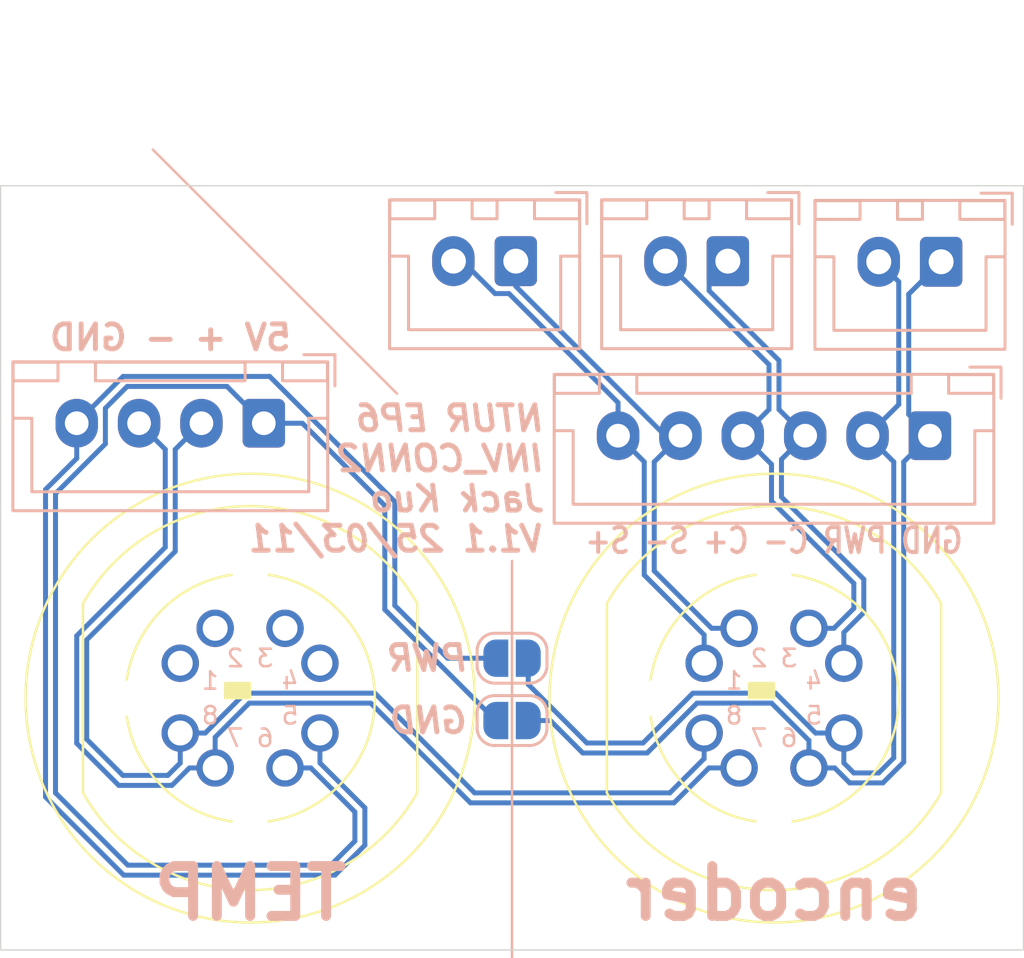
<source format=kicad_pcb>
(kicad_pcb (version 20240108) (generator "pcbnew") (generator_version "8.0")
  (title_block (title "INV_CONN2") (date "2025-03-11") (rev "1.1") (company "NTURacing") (comment 1 "Jack Kuo"))
  (layers (0 "F.Cu" signal) (31 "B.Cu" signal) (34 "B.Paste" user) (35 "F.Paste" user) (36 "B.SilkS" user "B.Silkscreen") (37 "F.SilkS" user "F.Silkscreen") (38 "B.Mask" user) (39 "F.Mask" user) (44 "Edge.Cuts" user))
  (net 0 "")
  (net 1 "GND")
  (net 2 "/tempPWR")
  (net 3 "/tempGND")
  (net 4 "/cos+")
  (net 5 "/cos-")
  (net 6 "/sin-")
  (net 7 "/sin+")
  (net 8 "/temp+")
  (net 9 "/temp-")
  (net 10 "/encoderPWR")
  (footprint "nturt_kicad_lib_EP6:NianYeong-M12-X-F4P" (layer "F.Cu") (at 119 106)
    (property "Reference" "J2" (hide yes))
    (property "Value" "encoder")
    (fp_line (start -6.7 -3.8) (end -6.7 3.8) (stroke (width 0.1)) (layer "F.SilkS"))
    (fp_line (start 6.7 -3.8) (end 6.7 3.8) (stroke (width 0.1)) (layer "F.SilkS"))
    (fp_rect (start -1 -0.6) (end 0 0) (stroke (width 0.1)) (fill solid) (layer "F.SilkS"))
    (fp_arc (start -6.697741 -3.798719) (mid 0 -7.7) (end 6.697741 -3.798719) (stroke (width 0.1)) (layer "F.SilkS"))
    (fp_arc (start 6.697741 3.798719) (mid 0 7.7) (end -6.697741 3.798719) (stroke (width 0.1)) (layer "F.SilkS"))
    (fp_circle (center 0 0) (end 5 0) (stroke (width 0.1)) (fill none) (layer "F.SilkS"))
    (fp_circle (center 0 0) (end 9 0) (stroke (width 0.1)) (fill none) (layer "F.SilkS"))
    (fp_text user "7" (at -0.6 1.6 0) (layer "B.SilkS") (effects (font (size 0.7 0.7) (thickness 0.1) (bold yes)) (justify mirror)))
    (fp_text user "1" (at -1.6 -0.7 0) (layer "B.SilkS") (effects (font (size 0.7 0.7) (thickness 0.1) (bold yes)) (justify mirror)))
    (fp_text user "8" (at -1.6 0.7 0) (layer "B.SilkS") (effects (font (size 0.7 0.7) (thickness 0.1) (bold yes)) (justify mirror)))
    (fp_text user "4" (at 1.6 -0.7 0) (layer "B.SilkS") (effects (font (size 0.7 0.7) (thickness 0.1) (bold yes)) (justify mirror)))
    (fp_text user "2" (at -0.6 -1.6 0) (layer "B.SilkS") (effects (font (size 0.7 0.7) (thickness 0.1) (bold yes)) (justify mirror)))
    (fp_text user "5" (at 1.6 0.7 0) (layer "B.SilkS") (effects (font (size 0.7 0.7) (thickness 0.1) (bold yes)) (justify mirror)))
    (fp_text user "3" (at 0.6 -1.6 0) (layer "B.SilkS") (effects (font (size 0.7 0.7) (thickness 0.1) (bold yes)) (justify mirror)))
    (fp_text user "6" (at 0.6 1.6 0) (layer "B.SilkS") (effects (font (size 0.7 0.7) (thickness 0.1) (bold yes)) (justify mirror)))
    (pad "" np_thru_hole circle (at -5 0) (size 1.4 1.4) (drill 1.4) (layers "*.Cu" "*.Mask"))
    (pad "" np_thru_hole circle (at 0 -5) (size 1.4 1.4) (drill 1.4) (layers "*.Cu" "*.Mask"))
    (pad "" np_thru_hole circle (at 0 5) (size 1.4 1.4) (drill 1.4) (layers "*.Cu" "*.Mask"))
    (pad "1" thru_hole circle (at -2.8 -1.4) (size 1.5 1.5) (drill 1) (layers "*.Cu" "*.Mask"))
    (pad "2" thru_hole circle (at -1.4 -2.8) (size 1.5 1.5) (drill 1) (layers "*.Cu" "*.Mask"))
    (pad "3" thru_hole circle (at 1.4 -2.8) (size 1.5 1.5) (drill 1) (layers "*.Cu" "*.Mask"))
    (pad "4" thru_hole circle (at 2.8 -1.4) (size 1.5 1.5) (drill 1) (layers "*.Cu" "*.Mask"))
    (pad "5" thru_hole circle (at 2.8 1.4) (size 1.5 1.5) (drill 1) (layers "*.Cu" "*.Mask") (net 2 "/tempPWR"))
    (pad "6" thru_hole circle (at 1.4 2.8) (size 1.5 1.5) (drill 1) (layers "*.Cu" "*.Mask") (net 3 "/tempGND"))
    (pad "7" thru_hole circle (at -1.4 2.8) (size 1.5 1.5) (drill 1) (layers "*.Cu" "*.Mask") (net 8 "/temp+"))
    (pad "8" thru_hole circle (at -2.8 1.4) (size 1.5 1.5) (drill 1) (layers "*.Cu" "*.Mask") (net 9 "/temp-"))
  )
  (footprint "nturt_kicad_lib_EP6:NianYeong-M12-X-F4P" (layer "F.Cu") (at 140 106)
    (property "Reference" "J1" (hide yes))
    (property "Value" "encoder")
    (fp_line (start -6.7 -3.8) (end -6.7 3.8) (stroke (width 0.1)) (layer "F.SilkS"))
    (fp_line (start 6.7 -3.8) (end 6.7 3.8) (stroke (width 0.1)) (layer "F.SilkS"))
    (fp_rect (start -1 -0.6) (end 0 0) (stroke (width 0.1)) (fill solid) (layer "F.SilkS"))
    (fp_arc (start -6.697741 -3.798719) (mid 0 -7.7) (end 6.697741 -3.798719) (stroke (width 0.1)) (layer "F.SilkS"))
    (fp_arc (start 6.697741 3.798719) (mid 0 7.7) (end -6.697741 3.798719) (stroke (width 0.1)) (layer "F.SilkS"))
    (fp_circle (center 0 0) (end 5 0) (stroke (width 0.1)) (fill none) (layer "F.SilkS"))
    (fp_circle (center 0 0) (end 9 0) (stroke (width 0.1)) (fill none) (layer "F.SilkS"))
    (fp_text user "6" (at 0.6 1.6 0) (layer "B.SilkS") (effects (font (size 0.7 0.7) (thickness 0.1) (bold yes)) (justify mirror)))
    (fp_text user "8" (at -1.6 0.7 0) (layer "B.SilkS") (effects (font (size 0.7 0.7) (thickness 0.1) (bold yes)) (justify mirror)))
    (fp_text user "3" (at 0.6 -1.6 0) (layer "B.SilkS") (effects (font (size 0.7 0.7) (thickness 0.1) (bold yes)) (justify mirror)))
    (fp_text user "2" (at -0.6 -1.6 0) (layer "B.SilkS") (effects (font (size 0.7 0.7) (thickness 0.1) (bold yes)) (justify mirror)))
    (fp_text user "5" (at 1.6 0.7 0) (layer "B.SilkS") (effects (font (size 0.7 0.7) (thickness 0.1) (bold yes)) (justify mirror)))
    (fp_text user "7" (at -0.6 1.6 0) (layer "B.SilkS") (effects (font (size 0.7 0.7) (thickness 0.1) (bold yes)) (justify mirror)))
    (fp_text user "4" (at 1.6 -0.7 0) (layer "B.SilkS") (effects (font (size 0.7 0.7) (thickness 0.1) (bold yes)) (justify mirror)))
    (fp_text user "1" (at -1.6 -0.7 0) (layer "B.SilkS") (effects (font (size 0.7 0.7) (thickness 0.1) (bold yes)) (justify mirror)))
    (pad "" np_thru_hole circle (at -5 0) (size 1.4 1.4) (drill 1.4) (layers "*.Cu" "*.Mask"))
    (pad "" np_thru_hole circle (at 0 -5) (size 1.4 1.4) (drill 1.4) (layers "*.Cu" "*.Mask"))
    (pad "" np_thru_hole circle (at 0 5) (size 1.4 1.4) (drill 1.4) (layers "*.Cu" "*.Mask"))
    (pad "1" thru_hole circle (at -2.8 -1.4) (size 1.5 1.5) (drill 1) (layers "*.Cu" "*.Mask") (net 7 "/sin+"))
    (pad "2" thru_hole circle (at -1.4 -2.8) (size 1.5 1.5) (drill 1) (layers "*.Cu" "*.Mask") (net 6 "/sin-"))
    (pad "3" thru_hole circle (at 1.4 -2.8) (size 1.5 1.5) (drill 1) (layers "*.Cu" "*.Mask") (net 4 "/cos+"))
    (pad "4" thru_hole circle (at 2.8 -1.4) (size 1.5 1.5) (drill 1) (layers "*.Cu" "*.Mask") (net 5 "/cos-"))
    (pad "5" thru_hole circle (at 2.8 1.4) (size 1.5 1.5) (drill 1) (layers "*.Cu" "*.Mask") (net 10 "/encoderPWR"))
    (pad "6" thru_hole circle (at 1.4 2.8) (size 1.5 1.5) (drill 1) (layers "*.Cu" "*.Mask") (net 1 "GND"))
    (pad "7" thru_hole circle (at -1.4 2.8) (size 1.5 1.5) (drill 1) (layers "*.Cu" "*.Mask") (net 8 "/temp+"))
    (pad "8" thru_hole circle (at -2.8 1.4) (size 1.5 1.5) (drill 1) (layers "*.Cu" "*.Mask") (net 9 "/temp-"))
  )
  (footprint "Connector_JST:JST_XH_B2B-XH-A_1x02_P2.50mm_Vertical" (layer "B.Cu") (at 129.65 88.475 180)
    (property "Reference" "J5" (hide yes))
    (property "Value" "COS")
    (fp_line (start 5.06 2.46) (end 5.06 -3.51) (stroke (width 0.12)) (layer "B.SilkS"))
    (fp_line (start 5.06 -3.51) (end -2.56 -3.51) (stroke (width 0.12)) (layer "B.SilkS"))
    (fp_line (start 5.05 2.45) (end 5.05 1.7) (stroke (width 0.12)) (layer "B.SilkS"))
    (fp_line (start 5.05 1.7) (end 3.25 1.7) (stroke (width 0.12)) (layer "B.SilkS"))
    (fp_line (start 4.3 0.2) (end 5.05 0.2) (stroke (width 0.12)) (layer "B.SilkS"))
    (fp_line (start 4.3 -2.75) (end 4.3 0.2) (stroke (width 0.12)) (layer "B.SilkS"))
    (fp_line (start 3.25 2.45) (end 5.05 2.45) (stroke (width 0.12)) (layer "B.SilkS"))
    (fp_line (start 3.25 1.7) (end 3.25 2.45) (stroke (width 0.12)) (layer "B.SilkS"))
    (fp_line (start 1.75 2.45) (end 1.75 1.7) (stroke (width 0.12)) (layer "B.SilkS"))
    (fp_line (start 1.75 1.7) (end 0.75 1.7) (stroke (width 0.12)) (layer "B.SilkS"))
    (fp_line (start 1.25 -2.75) (end 4.3 -2.75) (stroke (width 0.12)) (layer "B.SilkS"))
    (fp_line (start 1.25 -2.75) (end -1.8 -2.75) (stroke (width 0.12)) (layer "B.SilkS"))
    (fp_line (start 0.75 2.45) (end 1.75 2.45) (stroke (width 0.12)) (layer "B.SilkS"))
    (fp_line (start 0.75 1.7) (end 0.75 2.45) (stroke (width 0.12)) (layer "B.SilkS"))
    (fp_line (start -0.75 2.45) (end -0.75 1.7) (stroke (width 0.12)) (layer "B.SilkS"))
    (fp_line (start -0.75 1.7) (end -2.55 1.7) (stroke (width 0.12)) (layer "B.SilkS"))
    (fp_line (start -1.8 0.2) (end -2.55 0.2) (stroke (width 0.12)) (layer "B.SilkS"))
    (fp_line (start -1.8 -2.75) (end -1.8 0.2) (stroke (width 0.12)) (layer "B.SilkS"))
    (fp_line (start -2.55 2.45) (end -0.75 2.45) (stroke (width 0.12)) (layer "B.SilkS"))
    (fp_line (start -2.55 1.7) (end -2.55 2.45) (stroke (width 0.12)) (layer "B.SilkS"))
    (fp_line (start -2.56 2.46) (end 5.06 2.46) (stroke (width 0.12)) (layer "B.SilkS"))
    (fp_line (start -2.56 -3.51) (end -2.56 2.46) (stroke (width 0.12)) (layer "B.SilkS"))
    (fp_line (start -2.85 2.75) (end -1.6 2.75) (stroke (width 0.12)) (layer "B.SilkS"))
    (fp_line (start -2.85 1.5) (end -2.85 2.75) (stroke (width 0.12)) (layer "B.SilkS"))
    (pad "1" thru_hole roundrect (at 0 0 180) (size 1.7 2) (drill 1) (layers "*.Cu" "*.Mask") (roundrect_rratio 0.147059) (net 6 "/sin-"))
    (pad "2" thru_hole oval (at 2.5 0 180) (size 1.7 2) (drill 1) (layers "*.Cu" "*.Mask") (net 7 "/sin+"))
  )
  (footprint "Connector_JST:JST_XH_B2B-XH-A_1x02_P2.50mm_Vertical" (layer "B.Cu") (at 146.7 88.5 180)
    (property "Reference" "J3" (hide yes))
    (property "Value" "PWR")
    (fp_line (start 5.06 2.46) (end 5.06 -3.51) (stroke (width 0.12)) (layer "B.SilkS"))
    (fp_line (start 5.06 -3.51) (end -2.56 -3.51) (stroke (width 0.12)) (layer "B.SilkS"))
    (fp_line (start 5.05 2.45) (end 5.05 1.7) (stroke (width 0.12)) (layer "B.SilkS"))
    (fp_line (start 5.05 1.7) (end 3.25 1.7) (stroke (width 0.12)) (layer "B.SilkS"))
    (fp_line (start 4.3 0.2) (end 5.05 0.2) (stroke (width 0.12)) (layer "B.SilkS"))
    (fp_line (start 4.3 -2.75) (end 4.3 0.2) (stroke (width 0.12)) (layer "B.SilkS"))
    (fp_line (start 3.25 2.45) (end 5.05 2.45) (stroke (width 0.12)) (layer "B.SilkS"))
    (fp_line (start 3.25 1.7) (end 3.25 2.45) (stroke (width 0.12)) (layer "B.SilkS"))
    (fp_line (start 1.75 2.45) (end 1.75 1.7) (stroke (width 0.12)) (layer "B.SilkS"))
    (fp_line (start 1.75 1.7) (end 0.75 1.7) (stroke (width 0.12)) (layer "B.SilkS"))
    (fp_line (start 1.25 -2.75) (end 4.3 -2.75) (stroke (width 0.12)) (layer "B.SilkS"))
    (fp_line (start 1.25 -2.75) (end -1.8 -2.75) (stroke (width 0.12)) (layer "B.SilkS"))
    (fp_line (start 0.75 2.45) (end 1.75 2.45) (stroke (width 0.12)) (layer "B.SilkS"))
    (fp_line (start 0.75 1.7) (end 0.75 2.45) (stroke (width 0.12)) (layer "B.SilkS"))
    (fp_line (start -0.75 2.45) (end -0.75 1.7) (stroke (width 0.12)) (layer "B.SilkS"))
    (fp_line (start -0.75 1.7) (end -2.55 1.7) (stroke (width 0.12)) (layer "B.SilkS"))
    (fp_line (start -1.8 0.2) (end -2.55 0.2) (stroke (width 0.12)) (layer "B.SilkS"))
    (fp_line (start -1.8 -2.75) (end -1.8 0.2) (stroke (width 0.12)) (layer "B.SilkS"))
    (fp_line (start -2.55 2.45) (end -0.75 2.45) (stroke (width 0.12)) (layer "B.SilkS"))
    (fp_line (start -2.55 1.7) (end -2.55 2.45) (stroke (width 0.12)) (layer "B.SilkS"))
    (fp_line (start -2.56 2.46) (end 5.06 2.46) (stroke (width 0.12)) (layer "B.SilkS"))
    (fp_line (start -2.56 -3.51) (end -2.56 2.46) (stroke (width 0.12)) (layer "B.SilkS"))
    (fp_line (start -2.85 2.75) (end -1.6 2.75) (stroke (width 0.12)) (layer "B.SilkS"))
    (fp_line (start -2.85 1.5) (end -2.85 2.75) (stroke (width 0.12)) (layer "B.SilkS"))
    (pad "1" thru_hole roundrect (at 0 0 180) (size 1.7 2) (drill 1) (layers "*.Cu" "*.Mask") (roundrect_rratio 0.147059) (net 1 "GND"))
    (pad "2" thru_hole oval (at 2.5 0 180) (size 1.7 2) (drill 1) (layers "*.Cu" "*.Mask") (net 10 "/encoderPWR"))
  )
  (footprint "Jumper:SolderJumper-2_P1.3mm_Open_RoundedPad1.0x1.5mm" (layer "B.Cu") (at 129.5 104.4)
    (property "Reference" "JP1" (hide yes))
    (property "Value" "pwr")
    (fp_line (start -1.4 0.3) (end -1.4 -0.3) (stroke (width 0.12)) (layer "B.SilkS"))
    (fp_line (start -0.7 -1) (end 0.7 -1) (stroke (width 0.12)) (layer "B.SilkS"))
    (fp_line (start 0.7 1) (end -0.7 1) (stroke (width 0.12)) (layer "B.SilkS"))
    (fp_line (start 1.4 -0.3) (end 1.4 0.3) (stroke (width 0.12)) (layer "B.SilkS"))
    (fp_arc (start -1.4 -0.3) (mid -1.194975 -0.794975) (end -0.7 -1) (stroke (width 0.12)) (layer "B.SilkS"))
    (fp_arc (start -0.7 1) (mid -1.194975 0.794975) (end -1.4 0.3) (stroke (width 0.12)) (layer "B.SilkS"))
    (fp_arc (start 0.7 -1) (mid 1.194975 -0.794975) (end 1.4 -0.3) (stroke (width 0.12)) (layer "B.SilkS"))
    (fp_arc (start 1.4 0.3) (mid 1.194975 0.794975) (end 0.7 1) (stroke (width 0.12)) (layer "B.SilkS"))
    (pad "1" smd custom (at -0.65 0) (size 1 0.5) (layers "B.Cu" "B.Mask") (net 2 "/tempPWR") (options (clearance outline) (anchor rect)) (primitives (gr_circle (center 0 -0.25) (end 0.5 -0.25) (width 0) (fill yes)) (gr_circle (center 0 0.25) (end 0.5 0.25) (width 0) (fill yes)) (gr_poly (pts (xy 0.5 -0.75) (xy 0 -0.75) (xy 0 0.75) (xy 0.5 0.75)) (width 0) (fill yes))))
    (pad "2" smd custom (at 0.65 0) (size 1 0.5) (layers "B.Cu" "B.Mask") (net 10 "/encoderPWR") (options (clearance outline) (anchor rect)) (primitives (gr_circle (center 0 -0.25) (end 0.5 -0.25) (width 0) (fill yes)) (gr_circle (center 0 0.25) (end 0.5 0.25) (width 0) (fill yes)) (gr_poly (pts (xy 0 -0.75) (xy -0.5 -0.75) (xy -0.5 0.75) (xy 0 0.75)) (width 0) (fill yes))))
  )
  (footprint "Connector_JST:JST_XH_B6B-XH-A_1x06_P2.50mm_Vertical" (layer "B.Cu") (at 146.25 95.475 180)
    (property "Reference" "J12" (hide yes))
    (property "Value" "Encoder")
    (fp_line (start 15.06 2.46) (end 15.06 -3.51) (stroke (width 0.12)) (layer "B.SilkS"))
    (fp_line (start 15.06 -3.51) (end -2.56 -3.51) (stroke (width 0.12)) (layer "B.SilkS"))
    (fp_line (start 15.05 2.45) (end 15.05 1.7) (stroke (width 0.12)) (layer "B.SilkS"))
    (fp_line (start 15.05 1.7) (end 13.25 1.7) (stroke (width 0.12)) (layer "B.SilkS"))
    (fp_line (start 14.3 0.2) (end 15.05 0.2) (stroke (width 0.12)) (layer "B.SilkS"))
    (fp_line (start 14.3 -2.75) (end 14.3 0.2) (stroke (width 0.12)) (layer "B.SilkS"))
    (fp_line (start 13.25 2.45) (end 15.05 2.45) (stroke (width 0.12)) (layer "B.SilkS"))
    (fp_line (start 13.25 1.7) (end 13.25 2.45) (stroke (width 0.12)) (layer "B.SilkS"))
    (fp_line (start 11.75 2.45) (end 11.75 1.7) (stroke (width 0.12)) (layer "B.SilkS"))
    (fp_line (start 11.75 1.7) (end 0.75 1.7) (stroke (width 0.12)) (layer "B.SilkS"))
    (fp_line (start 6.25 -2.75) (end 14.3 -2.75) (stroke (width 0.12)) (layer "B.SilkS"))
    (fp_line (start 6.25 -2.75) (end -1.8 -2.75) (stroke (width 0.12)) (layer "B.SilkS"))
    (fp_line (start 0.75 2.45) (end 11.75 2.45) (stroke (width 0.12)) (layer "B.SilkS"))
    (fp_line (start 0.75 1.7) (end 0.75 2.45) (stroke (width 0.12)) (layer "B.SilkS"))
    (fp_line (start -0.75 2.45) (end -0.75 1.7) (stroke (width 0.12)) (layer "B.SilkS"))
    (fp_line (start -0.75 1.7) (end -2.55 1.7) (stroke (width 0.12)) (layer "B.SilkS"))
    (fp_line (start -1.8 0.2) (end -2.55 0.2) (stroke (width 0.12)) (layer "B.SilkS"))
    (fp_line (start -1.8 -2.75) (end -1.8 0.2) (stroke (width 0.12)) (layer "B.SilkS"))
    (fp_line (start -2.55 2.45) (end -0.75 2.45) (stroke (width 0.12)) (layer "B.SilkS"))
    (fp_line (start -2.55 1.7) (end -2.55 2.45) (stroke (width 0.12)) (layer "B.SilkS"))
    (fp_line (start -2.56 2.46) (end 15.06 2.46) (stroke (width 0.12)) (layer "B.SilkS"))
    (fp_line (start -2.56 -3.51) (end -2.56 2.46) (stroke (width 0.12)) (layer "B.SilkS"))
    (fp_line (start -2.85 2.75) (end -1.6 2.75) (stroke (width 0.12)) (layer "B.SilkS"))
    (fp_line (start -2.85 1.5) (end -2.85 2.75) (stroke (width 0.12)) (layer "B.SilkS"))
    (pad "1" thru_hole roundrect (at 0 0 180) (size 1.7 1.95) (drill 0.95) (layers "*.Cu" "*.Mask") (roundrect_rratio 0.147059) (net 1 "GND"))
    (pad "2" thru_hole oval (at 2.5 0 180) (size 1.7 1.95) (drill 0.95) (layers "*.Cu" "*.Mask") (net 10 "/encoderPWR"))
    (pad "3" thru_hole oval (at 5 0 180) (size 1.7 1.95) (drill 0.95) (layers "*.Cu" "*.Mask") (net 5 "/cos-"))
    (pad "4" thru_hole oval (at 7.5 0 180) (size 1.7 1.95) (drill 0.95) (layers "*.Cu" "*.Mask") (net 4 "/cos+"))
    (pad "5" thru_hole oval (at 10 0 180) (size 1.7 1.95) (drill 0.95) (layers "*.Cu" "*.Mask") (net 6 "/sin-"))
    (pad "6" thru_hole oval (at 12.5 0 180) (size 1.7 1.95) (drill 0.95) (layers "*.Cu" "*.Mask") (net 7 "/sin+"))
  )
  (footprint "Connector_JST:JST_XH_B2B-XH-A_1x02_P2.50mm_Vertical" (layer "B.Cu") (at 138.15 88.475 180)
    (property "Reference" "J4" (hide yes))
    (property "Value" "SIN")
    (fp_line (start 5.06 2.46) (end 5.06 -3.51) (stroke (width 0.12)) (layer "B.SilkS"))
    (fp_line (start 5.06 -3.51) (end -2.56 -3.51) (stroke (width 0.12)) (layer "B.SilkS"))
    (fp_line (start 5.05 2.45) (end 5.05 1.7) (stroke (width 0.12)) (layer "B.SilkS"))
    (fp_line (start 5.05 1.7) (end 3.25 1.7) (stroke (width 0.12)) (layer "B.SilkS"))
    (fp_line (start 4.3 0.2) (end 5.05 0.2) (stroke (width 0.12)) (layer "B.SilkS"))
    (fp_line (start 4.3 -2.75) (end 4.3 0.2) (stroke (width 0.12)) (layer "B.SilkS"))
    (fp_line (start 3.25 2.45) (end 5.05 2.45) (stroke (width 0.12)) (layer "B.SilkS"))
    (fp_line (start 3.25 1.7) (end 3.25 2.45) (stroke (width 0.12)) (layer "B.SilkS"))
    (fp_line (start 1.75 2.45) (end 1.75 1.7) (stroke (width 0.12)) (layer "B.SilkS"))
    (fp_line (start 1.75 1.7) (end 0.75 1.7) (stroke (width 0.12)) (layer "B.SilkS"))
    (fp_line (start 1.25 -2.75) (end 4.3 -2.75) (stroke (width 0.12)) (layer "B.SilkS"))
    (fp_line (start 1.25 -2.75) (end -1.8 -2.75) (stroke (width 0.12)) (layer "B.SilkS"))
    (fp_line (start 0.75 2.45) (end 1.75 2.45) (stroke (width 0.12)) (layer "B.SilkS"))
    (fp_line (start 0.75 1.7) (end 0.75 2.45) (stroke (width 0.12)) (layer "B.SilkS"))
    (fp_line (start -0.75 2.45) (end -0.75 1.7) (stroke (width 0.12)) (layer "B.SilkS"))
    (fp_line (start -0.75 1.7) (end -2.55 1.7) (stroke (width 0.12)) (layer "B.SilkS"))
    (fp_line (start -1.8 0.2) (end -2.55 0.2) (stroke (width 0.12)) (layer "B.SilkS"))
    (fp_line (start -1.8 -2.75) (end -1.8 0.2) (stroke (width 0.12)) (layer "B.SilkS"))
    (fp_line (start -2.55 2.45) (end -0.75 2.45) (stroke (width 0.12)) (layer "B.SilkS"))
    (fp_line (start -2.55 1.7) (end -2.55 2.45) (stroke (width 0.12)) (layer "B.SilkS"))
    (fp_line (start -2.56 2.46) (end 5.06 2.46) (stroke (width 0.12)) (layer "B.SilkS"))
    (fp_line (start -2.56 -3.51) (end -2.56 2.46) (stroke (width 0.12)) (layer "B.SilkS"))
    (fp_line (start -2.85 2.75) (end -1.6 2.75) (stroke (width 0.12)) (layer "B.SilkS"))
    (fp_line (start -2.85 1.5) (end -2.85 2.75) (stroke (width 0.12)) (layer "B.SilkS"))
    (pad "1" thru_hole roundrect (at 0 0 180) (size 1.7 2) (drill 1) (layers "*.Cu" "*.Mask") (roundrect_rratio 0.147059) (net 5 "/cos-"))
    (pad "2" thru_hole oval (at 2.5 0 180) (size 1.7 2) (drill 1) (layers "*.Cu" "*.Mask") (net 4 "/cos+"))
  )
  (footprint "Jumper:SolderJumper-2_P1.3mm_Open_RoundedPad1.0x1.5mm" (layer "B.Cu") (at 129.5 106.9)
    (property "Reference" "JP2" (hide yes))
    (property "Value" "gnd")
    (fp_line (start -1.4 0.3) (end -1.4 -0.3) (stroke (width 0.12)) (layer "B.SilkS"))
    (fp_line (start -0.7 -1) (end 0.7 -1) (stroke (width 0.12)) (layer "B.SilkS"))
    (fp_line (start 0.7 1) (end -0.7 1) (stroke (width 0.12)) (layer "B.SilkS"))
    (fp_line (start 1.4 -0.3) (end 1.4 0.3) (stroke (width 0.12)) (layer "B.SilkS"))
    (fp_arc (start -1.4 -0.3) (mid -1.194975 -0.794975) (end -0.7 -1) (stroke (width 0.12)) (layer "B.SilkS"))
    (fp_arc (start -0.7 1) (mid -1.194975 0.794975) (end -1.4 0.3) (stroke (width 0.12)) (layer "B.SilkS"))
    (fp_arc (start 0.7 -1) (mid 1.194975 -0.794975) (end 1.4 -0.3) (stroke (width 0.12)) (layer "B.SilkS"))
    (fp_arc (start 1.4 0.3) (mid 1.194975 0.794975) (end 0.7 1) (stroke (width 0.12)) (layer "B.SilkS"))
    (pad "1" smd custom (at -0.65 0) (size 1 0.5) (layers "B.Cu" "B.Mask") (net 3 "/tempGND") (options (clearance outline) (anchor rect)) (primitives (gr_circle (center 0 -0.25) (end 0.5 -0.25) (width 0) (fill yes)) (gr_circle (center 0 0.25) (end 0.5 0.25) (width 0) (fill yes)) (gr_poly (pts (xy 0.5 -0.75) (xy 0 -0.75) (xy 0 0.75) (xy 0.5 0.75)) (width 0) (fill yes))))
    (pad "2" smd custom (at 0.65 0) (size 1 0.5) (layers "B.Cu" "B.Mask") (net 1 "GND") (options (clearance outline) (anchor rect)) (primitives (gr_circle (center 0 -0.25) (end 0.5 -0.25) (width 0) (fill yes)) (gr_circle (center 0 0.25) (end 0.5 0.25) (width 0) (fill yes)) (gr_poly (pts (xy 0 -0.75) (xy -0.5 -0.75) (xy -0.5 0.75) (xy 0 0.75)) (width 0) (fill yes))))
  )
  (footprint "Connector_JST:JST_XH_B4B-XH-A_1x04_P2.50mm_Vertical" (layer "B.Cu") (at 119.55 94.975 180)
    (property "Reference" "J13" (hide yes))
    (property "Value" "motorTemp")
    (fp_line (start 10.06 2.46) (end 10.06 -3.51) (stroke (width 0.12)) (layer "B.SilkS"))
    (fp_line (start 10.06 -3.51) (end -2.56 -3.51) (stroke (width 0.12)) (layer "B.SilkS"))
    (fp_line (start 10.05 2.45) (end 10.05 1.7) (stroke (width 0.12)) (layer "B.SilkS"))
    (fp_line (start 10.05 1.7) (end 8.25 1.7) (stroke (width 0.12)) (layer "B.SilkS"))
    (fp_line (start 9.3 0.2) (end 10.05 0.2) (stroke (width 0.12)) (layer "B.SilkS"))
    (fp_line (start 9.3 -2.75) (end 9.3 0.2) (stroke (width 0.12)) (layer "B.SilkS"))
    (fp_line (start 8.25 2.45) (end 10.05 2.45) (stroke (width 0.12)) (layer "B.SilkS"))
    (fp_line (start 8.25 1.7) (end 8.25 2.45) (stroke (width 0.12)) (layer "B.SilkS"))
    (fp_line (start 6.75 2.45) (end 6.75 1.7) (stroke (width 0.12)) (layer "B.SilkS"))
    (fp_line (start 6.75 1.7) (end 0.75 1.7) (stroke (width 0.12)) (layer "B.SilkS"))
    (fp_line (start 3.75 -2.75) (end 9.3 -2.75) (stroke (width 0.12)) (layer "B.SilkS"))
    (fp_line (start 3.75 -2.75) (end -1.8 -2.75) (stroke (width 0.12)) (layer "B.SilkS"))
    (fp_line (start 0.75 2.45) (end 6.75 2.45) (stroke (width 0.12)) (layer "B.SilkS"))
    (fp_line (start 0.75 1.7) (end 0.75 2.45) (stroke (width 0.12)) (layer "B.SilkS"))
    (fp_line (start -0.75 2.45) (end -0.75 1.7) (stroke (width 0.12)) (layer "B.SilkS"))
    (fp_line (start -0.75 1.7) (end -2.55 1.7) (stroke (width 0.12)) (layer "B.SilkS"))
    (fp_line (start -1.8 0.2) (end -2.55 0.2) (stroke (width 0.12)) (layer "B.SilkS"))
    (fp_line (start -1.8 -2.75) (end -1.8 0.2) (stroke (width 0.12)) (layer "B.SilkS"))
    (fp_line (start -2.55 2.45) (end -0.75 2.45) (stroke (width 0.12)) (layer "B.SilkS"))
    (fp_line (start -2.55 1.7) (end -2.55 2.45) (stroke (width 0.12)) (layer "B.SilkS"))
    (fp_line (start -2.56 2.46) (end 10.06 2.46) (stroke (width 0.12)) (layer "B.SilkS"))
    (fp_line (start -2.56 -3.51) (end -2.56 2.46) (stroke (width 0.12)) (layer "B.SilkS"))
    (fp_line (start -2.85 2.75) (end -1.6 2.75) (stroke (width 0.12)) (layer "B.SilkS"))
    (fp_line (start -2.85 1.5) (end -2.85 2.75) (stroke (width 0.12)) (layer "B.SilkS"))
    (pad "1" thru_hole roundrect (at 0 0 180) (size 1.7 1.95) (drill 0.95) (layers "*.Cu" "*.Mask") (roundrect_rratio 0.147059) (net 3 "/tempGND"))
    (pad "2" thru_hole oval (at 2.5 0 180) (size 1.7 1.95) (drill 0.95) (layers "*.Cu" "*.Mask") (net 9 "/temp-"))
    (pad "3" thru_hole oval (at 5 0 180) (size 1.7 1.95) (drill 0.95) (layers "*.Cu" "*.Mask") (net 8 "/temp+"))
    (pad "4" thru_hole oval (at 7.5 0 180) (size 1.7 1.95) (drill 0.95) (layers "*.Cu" "*.Mask") (net 2 "/tempPWR"))
  )
  (gr_line (start 129.5 116.4) (end 129.5 100.5) (stroke (width 0.1)) (layer "B.SilkS"))
  (gr_line (start 124.891153 93.791153) (end 115.1 84) (stroke (width 0.1)) (layer "B.SilkS"))
  (gr_rect (start 109 85.45) (end 150 116.1) (stroke (width 0.05)) (fill none) (layer "Edge.Cuts"))
  (gr_text "TEMP" (at 119 115 0) (layer "B.SilkS") (effects (font (size 2 2) (thickness 0.4) (bold yes)) (justify bottom mirror)))
  (gr_text "GND PWR C- C+ S- S+" (at 140 99.1 0) (layer "B.SilkS") (effects (font (size 1 0.8) (thickness 0.16) (bold yes)) (justify top mirror)))
  (gr_text "GND" (at 127.85 106.9 0) (layer "B.SilkS") (effects (font (size 1 1) (thickness 0.2) (bold yes) (italic yes)) (justify left mirror)))
  (gr_text "PWR" (at 127.85 104.4 0) (layer "B.SilkS") (effects (font (size 1 1) (thickness 0.2) (bold yes) (italic yes)) (justify left mirror)))
  (gr_text "NTUR EP6\nINV_CONN2\nJack Kuo\nV1.1 25/03/11" (at 130.9 100.2 0) (layer "B.SilkS") (effects (font (size 1 1) (thickness 0.2) (bold yes) (italic yes)) (justify left bottom mirror)))
  (gr_text "encoder" (at 140 115 0) (layer "B.SilkS") (effects (font (size 2 2) (thickness 0.4) (bold yes)) (justify bottom mirror)))
  (gr_text "5V + - GND" (at 115.8 92.125 0) (layer "B.SilkS") (effects (font (size 1 1) (thickness 0.2) (bold yes)) (justify bottom mirror)))
  (segment (start 131.034314 106.9) (end 132.334314 108.2) (width 0.2) (layer "B.Cu") (net 1))
  (segment (start 145.4 89.8) (end 145.4 94.625) (width 0.2) (layer "B.Cu") (net 1))
  (segment (start 130.15 106.9) (end 131.034314 106.9) (width 0.2) (layer "B.Cu") (net 1))
  (segment (start 145.4 94.625) (end 146.25 95.475) (width 0.2) (layer "B.Cu") (net 1))
  (segment (start 134.915076 108.2) (end 135.607538 107.507538) (width 0.2) (layer "B.Cu") (net 1))
  (segment (start 145.2 96.525) (end 146.25 95.475) (width 0.2) (layer "B.Cu") (net 1))
  (segment (start 141.4 107.7) (end 141.4 108.8) (width 0.2) (layer "B.Cu") (net 1))
  (segment (start 141.4 108.8) (end 142.434314 108.8) (width 0.2) (layer "B.Cu") (net 1))
  (segment (start 136.915075 106.2) (end 139.9 106.2) (width 0.2) (layer "B.Cu") (net 1))
  (segment (start 146.7 88.5) (end 145.4 89.8) (width 0.2) (layer "B.Cu") (net 1))
  (segment (start 132.334314 108.2) (end 134.915076 108.2) (width 0.2) (layer "B.Cu") (net 1))
  (segment (start 142.434314 108.8) (end 143.034314 109.4) (width 0.2) (layer "B.Cu") (net 1))
  (segment (start 145.2 108.565686) (end 145.2 96.525) (width 0.2) (layer "B.Cu") (net 1))
  (segment (start 144.365686 109.4) (end 145.2 108.565686) (width 0.2) (layer "B.Cu") (net 1))
  (segment (start 139.9 106.2) (end 141.4 107.7) (width 0.2) (layer "B.Cu") (net 1))
  (segment (start 135.607538 107.507538) (end 136.915075 106.2) (width 0.2) (layer "B.Cu") (net 1))
  (segment (start 143.034314 109.4) (end 144.365686 109.4) (width 0.2) (layer "B.Cu") (net 1))
  (segment (start 112.05 94.975) (end 112.05 94.957968) (width 0.2) (layer "B.Cu") (net 2))
  (segment (start 124.8 98.115256) (end 124.8 102.284314) (width 0.2) (layer "B.Cu") (net 2))
  (segment (start 112.05 94.975) (end 112.05 96.384314) (width 0.2) (layer "B.Cu") (net 2))
  (segment (start 126.915686 104.4) (end 128.85 104.4) (width 0.2) (layer "B.Cu") (net 2))
  (segment (start 110.8 97.634314) (end 110.8 109.965686) (width 0.2) (layer "B.Cu") (net 2))
  (segment (start 122.4 113.1) (end 123.6 111.9) (width 0.2) (layer "B.Cu") (net 2))
  (segment (start 123.6 110.4) (end 121.8 108.6) (width 0.2) (layer "B.Cu") (net 2))
  (segment (start 113.934314 113.1) (end 122.4 113.1) (width 0.2) (layer "B.Cu") (net 2))
  (segment (start 113.907968 93.1) (end 119.784744 93.1) (width 0.2) (layer "B.Cu") (net 2))
  (segment (start 124.8 102.284314) (end 126.915686 104.4) (width 0.2) (layer "B.Cu") (net 2))
  (segment (start 119.784744 93.1) (end 124.8 98.115256) (width 0.2) (layer "B.Cu") (net 2))
  (segment (start 112.05 94.957968) (end 113.907968 93.1) (width 0.2) (layer "B.Cu") (net 2))
  (segment (start 121.8 108.6) (end 121.8 107.4) (width 0.2) (layer "B.Cu") (net 2))
  (segment (start 123.6 111.9) (end 123.6 110.4) (width 0.2) (layer "B.Cu") (net 2))
  (segment (start 112.05 96.384314) (end 110.8 97.634314) (width 0.2) (layer "B.Cu") (net 2))
  (segment (start 110.8 109.965686) (end 113.934314 113.1) (width 0.2) (layer "B.Cu") (net 2))
  (segment (start 114.073654 93.5) (end 118.075 93.5) (width 0.2) (layer "B.Cu") (net 3))
  (segment (start 123.2 111.734314) (end 122.234314 112.7) (width 0.2) (layer "B.Cu") (net 3))
  (segment (start 114.1 112.7) (end 111.2 109.8) (width 0.2) (layer "B.Cu") (net 3))
  (segment (start 118.075 93.5) (end 119.55 94.975) (width 0.2) (layer "B.Cu") (net 3))
  (segment (start 122.234314 112.7) (end 114.1 112.7) (width 0.2) (layer "B.Cu") (net 3))
  (segment (start 124.4 102.45) (end 128.85 106.9) (width 0.2) (layer "B.Cu") (net 3))
  (segment (start 123.2 110.565686) (end 123.2 111.734314) (width 0.2) (layer "B.Cu") (net 3))
  (segment (start 124.4 98.280942) (end 124.4 102.45) (width 0.2) (layer "B.Cu") (net 3))
  (segment (start 111.2 97.8) (end 113.2 95.8) (width 0.2) (layer "B.Cu") (net 3))
  (segment (start 119.55 94.975) (end 121.094058 94.975) (width 0.2) (layer "B.Cu") (net 3))
  (segment (start 120.4 108.8) (end 121.434314 108.8) (width 0.2) (layer "B.Cu") (net 3))
  (segment (start 113.2 95.8) (end 113.2 94.373654) (width 0.2) (layer "B.Cu") (net 3))
  (segment (start 121.094058 94.975) (end 124.4 98.280942) (width 0.2) (layer "B.Cu") (net 3))
  (segment (start 121.434314 108.8) (end 123.2 110.565686) (width 0.2) (layer "B.Cu") (net 3))
  (segment (start 111.2 109.8) (end 111.2 97.8) (width 0.2) (layer "B.Cu") (net 3))
  (segment (start 113.2 94.373654) (end 114.073654 93.5) (width 0.2) (layer "B.Cu") (net 3))
  (segment (start 139.9 98.1) (end 139.9 96.625) (width 0.2) (layer "B.Cu") (net 4))
  (segment (start 139.8 94.425) (end 139.8 92.625) (width 0.2) (layer "B.Cu") (net 4))
  (segment (start 143.2 102.4) (end 143.2 101.4) (width 0.2) (layer "B.Cu") (net 4))
  (segment (start 139.9 96.625) (end 138.75 95.475) (width 0.2) (layer "B.Cu") (net 4))
  (segment (start 139.8 92.625) (end 135.65 88.475) (width 0.2) (layer "B.Cu") (net 4))
  (segment (start 141.4 103.2) (end 142.4 103.2) (width 0.2) (layer "B.Cu") (net 4))
  (segment (start 143.2 101.4) (end 139.9 98.1) (width 0.2) (layer "B.Cu") (net 4))
  (segment (start 142.4 103.2) (end 143.2 102.4) (width 0.2) (layer "B.Cu") (net 4))
  (segment (start 138.75 95.475) (end 139.8 94.425) (width 0.2) (layer "B.Cu") (net 4))
  (segment (start 143.6 102.565686) (end 142.8 103.365686) (width 0.2) (layer "B.Cu") (net 5))
  (segment (start 138.15 88.475) (end 137.4 89.225) (width 0.2) (layer "B.Cu") (net 5))
  (segment (start 137.4 89.225) (end 137.4 89.659314) (width 0.2) (layer "B.Cu") (net 5))
  (segment (start 140.3 96.425) (end 140.3 97.934314) (width 0.2) (layer "B.Cu") (net 5))
  (segment (start 143.6 101.234314) (end 143.6 102.565686) (width 0.2) (layer "B.Cu") (net 5))
  (segment (start 140.2 92.459314) (end 140.2 94.425) (width 0.2) (layer "B.Cu") (net 5))
  (segment (start 137.4 89.659314) (end 140.2 92.459314) (width 0.2) (layer "B.Cu") (net 5))
  (segment (start 141.25 95.475) (end 140.3 96.425) (width 0.2) (layer "B.Cu") (net 5))
  (segment (start 140.2 94.425) (end 141.25 95.475) (width 0.2) (layer "B.Cu") (net 5))
  (segment (start 142.8 103.365686) (end 142.8 104.6) (width 0.2) (layer "B.Cu") (net 5))
  (segment (start 140.3 97.934314) (end 143.6 101.234314) (width 0.2) (layer "B.Cu") (net 5))
  (segment (start 135.2 100.9) (end 137.5 103.2) (width 0.2) (layer "B.Cu") (net 6))
  (segment (start 129.65 88.475) (end 129.65 89.484314) (width 0.2) (layer "B.Cu") (net 6))
  (segment (start 136.25 95.475) (end 135.2 96.525) (width 0.2) (layer "B.Cu") (net 6))
  (segment (start 129.65 89.484314) (end 135.640686 95.475) (width 0.2) (layer "B.Cu") (net 6))
  (segment (start 135.640686 95.475) (end 136.25 95.475) (width 0.2) (layer "B.Cu") (net 6))
  (segment (start 137.5 103.2) (end 138.6 103.2) (width 0.2) (layer "B.Cu") (net 6))
  (segment (start 135.2 96.525) (end 135.2 100.9) (width 0.2) (layer "B.Cu") (net 6))
  (segment (start 128.815256 89.775) (end 127.515256 88.475) (width 0.2) (layer "B.Cu") (net 7))
  (segment (start 134.8 96.525) (end 134.8 101.065686) (width 0.2) (layer "B.Cu") (net 7))
  (segment (start 127.515256 88.475) (end 127.15 88.475) (width 0.2) (layer "B.Cu") (net 7))
  (segment (start 137.2 103.465686) (end 137.2 104.6) (width 0.2) (layer "B.Cu") (net 7))
  (segment (start 134.8 101.065686) (end 137.2 103.465686) (width 0.2) (layer "B.Cu") (net 7))
  (segment (start 129.375 89.775) (end 128.815256 89.775) (width 0.2) (layer "B.Cu") (net 7))
  (segment (start 133.75 95.475) (end 134.8 96.525) (width 0.2) (layer "B.Cu") (net 7))
  (segment (start 133.75 95.475) (end 133.75 94.15) (width 0.2) (layer "B.Cu") (net 7))
  (segment (start 133.75 94.15) (end 129.375 89.775) (width 0.2) (layer "B.Cu") (net 7))
  (segment (start 117.6 108.8) (end 117.6 107.565686) (width 0.2) (layer "B.Cu") (net 8))
  (segment (start 115.6 96.025) (end 115.6 99.949389) (width 0.2) (layer "B.Cu") (net 8))
  (segment (start 127.834314 110.2) (end 135.992463 110.2) (width 0.2) (layer "B.Cu") (net 8))
  (segment (start 115.865686 109.5) (end 116.565686 108.8) (width 0.2) (layer "B.Cu") (net 8))
  (segment (start 112.05 103.499389) (end 112.05 107.815686) (width 0.2) (layer "B.Cu") (net 8))
  (segment (start 114.55 94.975) (end 115.6 96.025) (width 0.2) (layer "B.Cu") (net 8))
  (segment (start 112.05 107.815686) (end 113.734314 109.5) (width 0.2) (layer "B.Cu") (net 8))
  (segment (start 113.734314 109.5) (end 115.865686 109.5) (width 0.2) (layer "B.Cu") (net 8))
  (segment (start 135.992463 110.2) (end 137.392463 108.8) (width 0.2) (layer "B.Cu") (net 8))
  (segment (start 116.565686 108.8) (end 117.6 108.8) (width 0.2) (layer "B.Cu") (net 8))
  (segment (start 117.6 107.565686) (end 118.965686 106.2) (width 0.2) (layer "B.Cu") (net 8))
  (segment (start 115.6 99.949389) (end 112.05 103.499389) (width 0.2) (layer "B.Cu") (net 8))
  (segment (start 118.965686 106.2) (end 123.834314 106.2) (width 0.2) (layer "B.Cu") (net 8))
  (segment (start 137.392463 108.8) (end 138.6 108.8) (width 0.2) (layer "B.Cu") (net 8))
  (segment (start 123.834314 106.2) (end 127.834314 110.2) (width 0.2) (layer "B.Cu") (net 8))
  (segment (start 137.2 108.426777) (end 137.2 107.4) (width 0.2) (layer "B.Cu") (net 9))
  (segment (start 116 96.025) (end 116 100.115075) (width 0.2) (layer "B.Cu") (net 9))
  (segment (start 128 109.8) (end 135.826777 109.8) (width 0.2) (layer "B.Cu") (net 9))
  (segment (start 118.8 105.8) (end 124 105.8) (width 0.2) (layer "B.Cu") (net 9))
  (segment (start 116.2 108.6) (end 115.7 109.1) (width 0.2) (layer "B.Cu") (net 9))
  (segment (start 116 100.115075) (end 112.45 103.665075) (width 0.2) (layer "B.Cu") (net 9))
  (segment (start 112.45 103.665075) (end 112.45 107.65) (width 0.2) (layer "B.Cu") (net 9))
  (segment (start 124 105.8) (end 128 109.8) (width 0.2) (layer "B.Cu") (net 9))
  (segment (start 117.05 94.975) (end 116 96.025) (width 0.2) (layer "B.Cu") (net 9))
  (segment (start 115.7 109.1) (end 113.9 109.1) (width 0.2) (layer "B.Cu") (net 9))
  (segment (start 116.2 107.4) (end 117.2 107.4) (width 0.2) (layer "B.Cu") (net 9))
  (segment (start 135.826777 109.8) (end 137.2 108.426777) (width 0.2) (layer "B.Cu") (net 9))
  (segment (start 113.9 109.1) (end 112.45 107.65) (width 0.2) (layer "B.Cu") (net 9))
  (segment (start 117.2 107.4) (end 118.8 105.8) (width 0.2) (layer "B.Cu") (net 9))
  (segment (start 116.2 107.4) (end 116.2 108.6) (width 0.2) (layer "B.Cu") (net 9))
  (segment (start 136.749389 105.8) (end 134.749389 107.8) (width 0.2) (layer "B.Cu") (net 10))
  (segment (start 144.8 108.4) (end 144.8 96.525) (width 0.2) (layer "B.Cu") (net 10))
  (segment (start 145 89.3) (end 145 94.225) (width 0.2) (layer "B.Cu") (net 10))
  (segment (start 134.749389 107.8) (end 132.5 107.8) (width 0.2) (layer "B.Cu") (net 10))
  (segment (start 140.065686 105.8) (end 136.749389 105.8) (width 0.2) (layer "B.Cu") (net 10))
  (segment (start 144.8 96.525) (end 143.75 95.475) (width 0.2) (layer "B.Cu") (net 10))
  (segment (start 132.5 107.8) (end 130.15 105.45) (width 0.2) (layer "B.Cu") (net 10))
  (segment (start 130.15 105.45) (end 130.15 104.4) (width 0.2) (layer "B.Cu") (net 10))
  (segment (start 143.2 109) (end 144.2 109) (width 0.2) (layer "B.Cu") (net 10))
  (segment (start 142.8 108.6) (end 143.2 109) (width 0.2) (layer "B.Cu") (net 10))
  (segment (start 145 94.225) (end 143.75 95.475) (width 0.2) (layer "B.Cu") (net 10))
  (segment (start 144.2 88.5) (end 145 89.3) (width 0.2) (layer "B.Cu") (net 10))
  (segment (start 142.8 107.4) (end 142.8 108.6) (width 0.2) (layer "B.Cu") (net 10))
  (segment (start 141.665686 107.4) (end 140.065686 105.8) (width 0.2) (layer "B.Cu") (net 10))
  (segment (start 144.2 109) (end 144.8 108.4) (width 0.2) (layer "B.Cu") (net 10))
  (segment (start 142.8 107.4) (end 141.665686 107.4) (width 0.2) (layer "B.Cu") (net 10))
)
</source>
